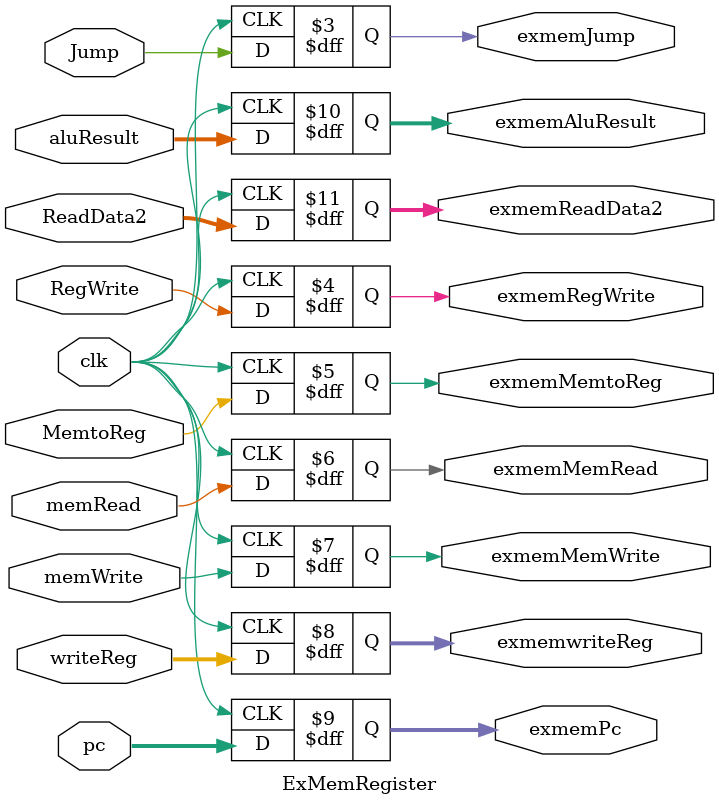
<source format=v>
`timescale 1ns / 1ps
module ExMemRegister(clk,Jump,RegWrite,MemtoReg, memRead,memWrite,writeReg, pc,aluResult,ReadData2,exmemJump,exmemRegWrite,exmemMemtoReg,exmemMemRead,exmemMemWrite,exmemwriteReg,exmemPc,exmemAluResult,exmemReadData2);
    input clk, Jump,RegWrite,MemtoReg,memRead,memWrite;
    output reg exmemJump,exmemRegWrite,exmemMemtoReg,exmemMemRead,exmemMemWrite;
    input [4:0]writeReg;
    input [31:0] pc,aluResult,ReadData2;
    output reg [4:0]exmemwriteReg;
    output reg [31:0] exmemPc,exmemAluResult,exmemReadData2;
    initial begin
          {exmemJump,exmemRegWrite,exmemMemtoReg,exmemMemRead,exmemMemWrite,exmemwriteReg,exmemPc,exmemAluResult,exmemReadData2 }<=0;
    end
always @(posedge clk) begin 
{exmemJump,exmemRegWrite,exmemMemtoReg,exmemMemRead,exmemMemWrite,exmemwriteReg,exmemPc,exmemAluResult,exmemReadData2 } 
         <= { Jump,RegWrite,MemtoReg,memRead,memWrite,writeReg,pc,aluResult ,ReadData2};
end
endmodule
</source>
